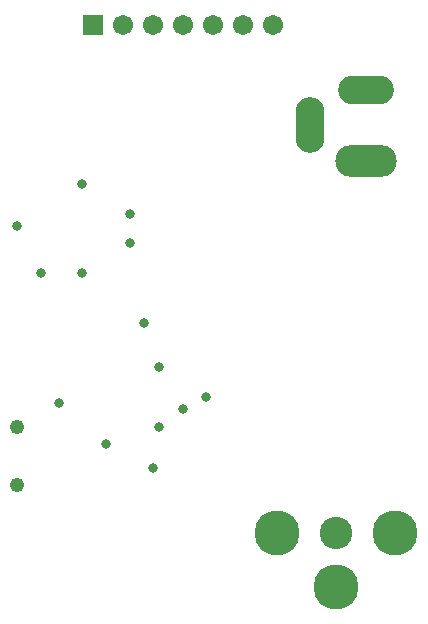
<source format=gbr>
G04*
G04 #@! TF.GenerationSoftware,Altium Limited,Altium Designer,22.4.2 (48)*
G04*
G04 Layer_Color=16711935*
%FSLAX25Y25*%
%MOIN*%
G70*
G04*
G04 #@! TF.SameCoordinates,2A41B901-7CA2-4390-9F02-5F8C8343CA34*
G04*
G04*
G04 #@! TF.FilePolarity,Negative*
G04*
G01*
G75*
%ADD26C,0.04855*%
%ADD27C,0.10839*%
%ADD28C,0.15036*%
%ADD29O,0.20485X0.10642*%
%ADD30O,0.18517X0.09658*%
%ADD31O,0.09658X0.18517*%
%ADD32C,0.06737*%
%ADD33R,0.06737X0.06737*%
%ADD34C,0.03162*%
D26*
X19685Y71102D02*
D03*
Y90315D02*
D03*
D27*
X125984Y54921D02*
D03*
D28*
X106299D02*
D03*
X145669D02*
D03*
X125984Y37205D02*
D03*
D29*
X135827Y179134D02*
D03*
D30*
Y202756D02*
D03*
D31*
X117323Y190945D02*
D03*
D32*
X104803Y224410D02*
D03*
X84803D02*
D03*
X74803D02*
D03*
X64803D02*
D03*
X54803D02*
D03*
X94803D02*
D03*
D33*
X44803D02*
D03*
D34*
X41339Y141732D02*
D03*
X57087Y151575D02*
D03*
X19685Y157480D02*
D03*
X57087Y161417D02*
D03*
X41339Y171260D02*
D03*
X66929Y110236D02*
D03*
X82677Y100394D02*
D03*
X33465Y98425D02*
D03*
X74803Y96457D02*
D03*
X66929Y90551D02*
D03*
X49213Y84646D02*
D03*
X61928Y125080D02*
D03*
X27559Y141732D02*
D03*
X64961Y76772D02*
D03*
M02*

</source>
